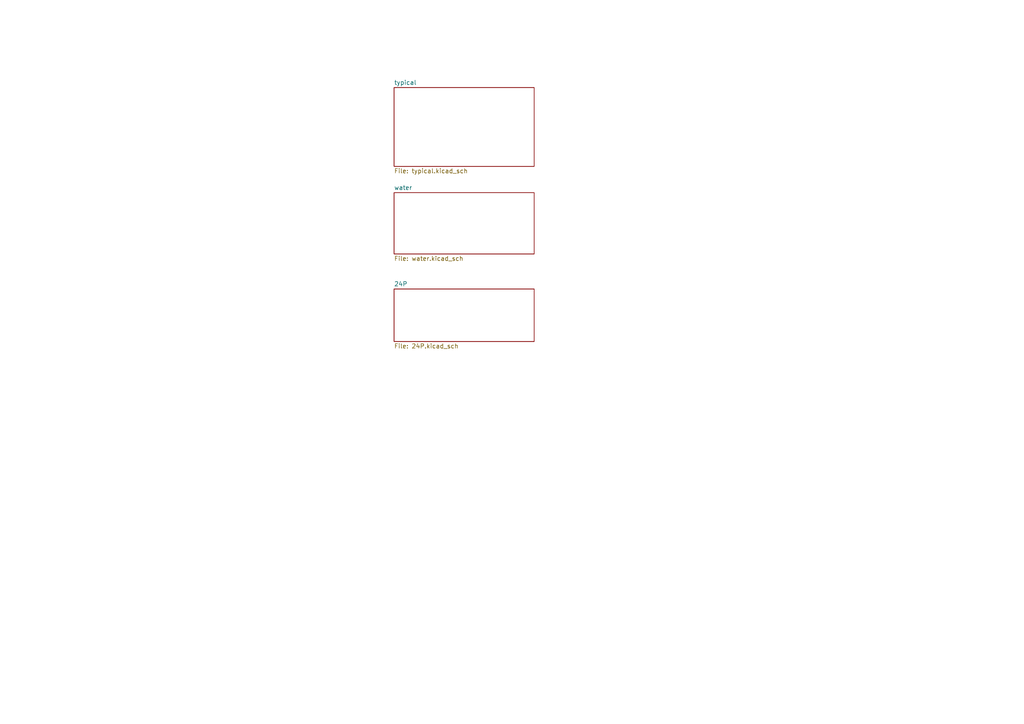
<source format=kicad_sch>
(kicad_sch (version 20211123) (generator eeschema)
  (paper "A4")
  (lib_symbols)
  (sheet (at 114.3 55.88) (size 40.64 17.78) (stroke (width 0.1524))
    (property "Sheet name" "water" (at 114.3 55.1684 0) (effects (justify left bottom)))
    (property "Sheet file" "water.kicad_sch" (at 114.3 74.2446 0) (effects (justify left top)))
  )
  (sheet (at 114.3 83.82) (size 40.64 15.24) (stroke (width 0.1524))
    (property "Sheet name" "24P" (at 114.3 83.1084 0) (effects (justify left bottom)))
    (property "Sheet file" "24P.kicad_sch" (at 114.3 99.6446 0) (effects (justify left top)))
  )
  (sheet (at 114.3 25.4) (size 40.64 22.86) (stroke (width 0.1524))
    (property "Sheet name" "typical" (at 114.3 24.6884 0) (effects (justify left bottom)))
    (property "Sheet file" "typical.kicad_sch" (at 114.3 48.8446 0) (effects (justify left top)))
  )
)
</source>
